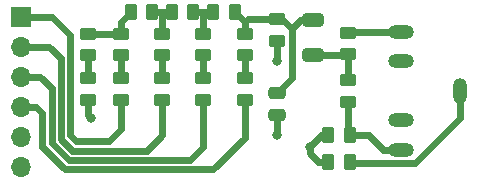
<source format=gtl>
%TF.GenerationSoftware,KiCad,Pcbnew,(6.0.5)*%
%TF.CreationDate,2024-01-21T09:56:38+01:00*%
%TF.ProjectId,pmod_audio_mono,706d6f64-5f61-4756-9469-6f5f6d6f6e6f,rev?*%
%TF.SameCoordinates,Original*%
%TF.FileFunction,Copper,L1,Top*%
%TF.FilePolarity,Positive*%
%FSLAX46Y46*%
G04 Gerber Fmt 4.6, Leading zero omitted, Abs format (unit mm)*
G04 Created by KiCad (PCBNEW (6.0.5)) date 2024-01-21 09:56:38*
%MOMM*%
%LPD*%
G01*
G04 APERTURE LIST*
G04 Aperture macros list*
%AMRoundRect*
0 Rectangle with rounded corners*
0 $1 Rounding radius*
0 $2 $3 $4 $5 $6 $7 $8 $9 X,Y pos of 4 corners*
0 Add a 4 corners polygon primitive as box body*
4,1,4,$2,$3,$4,$5,$6,$7,$8,$9,$2,$3,0*
0 Add four circle primitives for the rounded corners*
1,1,$1+$1,$2,$3*
1,1,$1+$1,$4,$5*
1,1,$1+$1,$6,$7*
1,1,$1+$1,$8,$9*
0 Add four rect primitives between the rounded corners*
20,1,$1+$1,$2,$3,$4,$5,0*
20,1,$1+$1,$4,$5,$6,$7,0*
20,1,$1+$1,$6,$7,$8,$9,0*
20,1,$1+$1,$8,$9,$2,$3,0*%
G04 Aperture macros list end*
%TA.AperFunction,SMDPad,CuDef*%
%ADD10RoundRect,0.250000X-0.450000X0.262500X-0.450000X-0.262500X0.450000X-0.262500X0.450000X0.262500X0*%
%TD*%
%TA.AperFunction,ComponentPad*%
%ADD11R,1.700000X1.700000*%
%TD*%
%TA.AperFunction,ComponentPad*%
%ADD12O,1.700000X1.700000*%
%TD*%
%TA.AperFunction,SMDPad,CuDef*%
%ADD13RoundRect,0.250000X-0.262500X-0.450000X0.262500X-0.450000X0.262500X0.450000X-0.262500X0.450000X0*%
%TD*%
%TA.AperFunction,SMDPad,CuDef*%
%ADD14RoundRect,0.250000X-0.475000X0.250000X-0.475000X-0.250000X0.475000X-0.250000X0.475000X0.250000X0*%
%TD*%
%TA.AperFunction,ComponentPad*%
%ADD15O,2.200000X1.200000*%
%TD*%
%TA.AperFunction,ComponentPad*%
%ADD16O,1.200000X2.200000*%
%TD*%
%TA.AperFunction,SMDPad,CuDef*%
%ADD17RoundRect,0.250000X0.450000X-0.262500X0.450000X0.262500X-0.450000X0.262500X-0.450000X-0.262500X0*%
%TD*%
%TA.AperFunction,SMDPad,CuDef*%
%ADD18RoundRect,0.250000X-0.650000X0.325000X-0.650000X-0.325000X0.650000X-0.325000X0.650000X0.325000X0*%
%TD*%
%TA.AperFunction,ViaPad*%
%ADD19C,0.800000*%
%TD*%
%TA.AperFunction,Conductor*%
%ADD20C,0.600000*%
%TD*%
G04 APERTURE END LIST*
D10*
%TO.P,R12,1*%
%TO.N,Net-(C1-Pad1)*%
X153750000Y-94175000D03*
%TO.P,R12,2*%
%TO.N,Net-(R12-Pad2)*%
X153750000Y-96000000D03*
%TD*%
D11*
%TO.P,PMOD1,1,IO0*%
%TO.N,Net-(PMOD1-Pad1)*%
X134850000Y-92710000D03*
D12*
%TO.P,PMOD1,2,IO1*%
%TO.N,Net-(PMOD1-Pad2)*%
X134850000Y-95250000D03*
%TO.P,PMOD1,3,IO2*%
%TO.N,Net-(PMOD1-Pad3)*%
X134850000Y-97790000D03*
%TO.P,PMOD1,4,IO3*%
%TO.N,Net-(PMOD1-Pad4)*%
X134850000Y-100330000D03*
%TO.P,PMOD1,5,GND*%
%TO.N,GND*%
X134850000Y-102870000D03*
%TO.P,PMOD1,6,VCC*%
%TO.N,unconnected-(PMOD1-Pad6)*%
X134850000Y-105410000D03*
%TD*%
D13*
%TO.P,R5,1*%
%TO.N,Net-(R1-Pad1)*%
X144087500Y-92337500D03*
%TO.P,R5,2*%
%TO.N,Net-(R5-Pad2)*%
X145912500Y-92337500D03*
%TD*%
D10*
%TO.P,R10,1*%
%TO.N,Net-(R10-Pad1)*%
X150250000Y-97925000D03*
%TO.P,R10,2*%
%TO.N,Net-(PMOD1-Pad3)*%
X150250000Y-99750000D03*
%TD*%
%TO.P,R9,1*%
%TO.N,Net-(R11-Pad1)*%
X150250000Y-94175000D03*
%TO.P,R9,2*%
%TO.N,Net-(R10-Pad1)*%
X150250000Y-96000000D03*
%TD*%
%TO.P,R3,1*%
%TO.N,Net-(R1-Pad1)*%
X143250000Y-94175000D03*
%TO.P,R3,2*%
%TO.N,Net-(R3-Pad2)*%
X143250000Y-96000000D03*
%TD*%
%TO.P,R14,1*%
%TO.N,Net-(C1-Pad1)*%
X156500000Y-92925000D03*
%TO.P,R14,2*%
%TO.N,GND*%
X156500000Y-94750000D03*
%TD*%
%TO.P,R7,1*%
%TO.N,Net-(R6-Pad2)*%
X146750000Y-97925000D03*
%TO.P,R7,2*%
%TO.N,Net-(PMOD1-Pad2)*%
X146750000Y-99750000D03*
%TD*%
%TO.P,R2,1*%
%TO.N,Net-(R1-Pad2)*%
X140500000Y-97925000D03*
%TO.P,R2,2*%
%TO.N,GND*%
X140500000Y-99750000D03*
%TD*%
%TO.P,R16,1*%
%TO.N,Net-(C2-Pad2)*%
X162500000Y-98087500D03*
%TO.P,R16,2*%
%TO.N,Net-(J1-PadR)*%
X162500000Y-99912500D03*
%TD*%
%TO.P,R1,1*%
%TO.N,Net-(R1-Pad1)*%
X140500000Y-94175000D03*
%TO.P,R1,2*%
%TO.N,Net-(R1-Pad2)*%
X140500000Y-96000000D03*
%TD*%
D13*
%TO.P,R17,1*%
%TO.N,GND*%
X160837500Y-102750000D03*
%TO.P,R17,2*%
%TO.N,Net-(J1-PadR)*%
X162662500Y-102750000D03*
%TD*%
D10*
%TO.P,R4,1*%
%TO.N,Net-(R3-Pad2)*%
X143250000Y-97925000D03*
%TO.P,R4,2*%
%TO.N,Net-(PMOD1-Pad1)*%
X143250000Y-99750000D03*
%TD*%
D13*
%TO.P,R8,1*%
%TO.N,Net-(R5-Pad2)*%
X147587500Y-92337500D03*
%TO.P,R8,2*%
%TO.N,Net-(R11-Pad1)*%
X149412500Y-92337500D03*
%TD*%
D14*
%TO.P,C1,1*%
%TO.N,Net-(C1-Pad1)*%
X156500000Y-99137500D03*
%TO.P,C1,2*%
%TO.N,GND*%
X156500000Y-101037500D03*
%TD*%
D10*
%TO.P,R13,1*%
%TO.N,Net-(R12-Pad2)*%
X153750000Y-97925000D03*
%TO.P,R13,2*%
%TO.N,Net-(PMOD1-Pad4)*%
X153750000Y-99750000D03*
%TD*%
D13*
%TO.P,R18,1*%
%TO.N,GND*%
X160837500Y-105000000D03*
%TO.P,R18,2*%
%TO.N,Net-(J1-PadS)*%
X162662500Y-105000000D03*
%TD*%
D15*
%TO.P,J1,R*%
%TO.N,Net-(J1-PadR)*%
X167000000Y-104000000D03*
%TO.P,J1,RN*%
%TO.N,unconnected-(J1-PadRN)*%
X167000000Y-101500000D03*
D16*
%TO.P,J1,S*%
%TO.N,Net-(J1-PadS)*%
X172000000Y-99000000D03*
D15*
%TO.P,J1,T*%
%TO.N,Net-(J1-PadT)*%
X167000000Y-94000000D03*
%TO.P,J1,TN*%
%TO.N,unconnected-(J1-PadTN)*%
X167000000Y-96500000D03*
%TD*%
D17*
%TO.P,R15,1*%
%TO.N,Net-(C2-Pad2)*%
X162500000Y-95912500D03*
%TO.P,R15,2*%
%TO.N,Net-(J1-PadT)*%
X162500000Y-94087500D03*
%TD*%
D18*
%TO.P,C2,1*%
%TO.N,Net-(C1-Pad1)*%
X159500000Y-93025000D03*
%TO.P,C2,2*%
%TO.N,Net-(C2-Pad2)*%
X159500000Y-95975000D03*
%TD*%
D10*
%TO.P,R6,1*%
%TO.N,Net-(R5-Pad2)*%
X146750000Y-94175000D03*
%TO.P,R6,2*%
%TO.N,Net-(R6-Pad2)*%
X146750000Y-96000000D03*
%TD*%
D13*
%TO.P,R11,1*%
%TO.N,Net-(R11-Pad1)*%
X151087500Y-92337500D03*
%TO.P,R11,2*%
%TO.N,Net-(C1-Pad1)*%
X152912500Y-92337500D03*
%TD*%
D19*
%TO.N,GND*%
X156500000Y-96500000D03*
X156500000Y-102750000D03*
X159250000Y-103750000D03*
X140750000Y-101250000D03*
%TD*%
D20*
%TO.N,Net-(C1-Pad1)*%
X153750000Y-93175000D02*
X152912500Y-92337500D01*
X157750000Y-93750000D02*
X157750000Y-97887500D01*
X156500000Y-92925000D02*
X154000000Y-92925000D01*
X156925000Y-92925000D02*
X157750000Y-93750000D01*
X153750000Y-94175000D02*
X153750000Y-93175000D01*
X159500000Y-93025000D02*
X158475000Y-93025000D01*
X154000000Y-92925000D02*
X153750000Y-93175000D01*
X158475000Y-93025000D02*
X157750000Y-93750000D01*
X156500000Y-92925000D02*
X156925000Y-92925000D01*
X157750000Y-97887500D02*
X156500000Y-99137500D01*
%TO.N,GND*%
X160837500Y-105000000D02*
X160000000Y-105000000D01*
X156500000Y-101037500D02*
X156500000Y-102750000D01*
X159250000Y-104250000D02*
X159250000Y-103750000D01*
X140500000Y-99750000D02*
X140500000Y-101000000D01*
X160837500Y-102750000D02*
X160250000Y-102750000D01*
X156500000Y-94750000D02*
X156500000Y-96500000D01*
X160250000Y-102750000D02*
X159250000Y-103750000D01*
X160000000Y-105000000D02*
X159250000Y-104250000D01*
X140500000Y-101000000D02*
X140750000Y-101250000D01*
%TO.N,Net-(C2-Pad2)*%
X159500000Y-95975000D02*
X162437500Y-95975000D01*
X162437500Y-95975000D02*
X162500000Y-95912500D01*
X162500000Y-98087500D02*
X162500000Y-95912500D01*
%TO.N,Net-(J1-PadR)*%
X167000000Y-104000000D02*
X165500000Y-104000000D01*
X162500000Y-102587500D02*
X162662500Y-102750000D01*
X165500000Y-104000000D02*
X164250000Y-102750000D01*
X164250000Y-102750000D02*
X162662500Y-102750000D01*
X162500000Y-99912500D02*
X162500000Y-102587500D01*
%TO.N,Net-(J1-PadS)*%
X162762020Y-105099520D02*
X162662500Y-105000000D01*
X172000000Y-101250000D02*
X168150480Y-105099520D01*
X168150480Y-105099520D02*
X162762020Y-105099520D01*
X172000000Y-99000000D02*
X172000000Y-101250000D01*
%TO.N,Net-(J1-PadT)*%
X162587500Y-94000000D02*
X162500000Y-94087500D01*
X167000000Y-94000000D02*
X162587500Y-94000000D01*
%TO.N,Net-(PMOD1-Pad1)*%
X142250000Y-103250000D02*
X143250000Y-102250000D01*
X134850000Y-92710000D02*
X137460000Y-92710000D01*
X139000000Y-94250000D02*
X139000000Y-102750000D01*
X139500000Y-103250000D02*
X142250000Y-103250000D01*
X143250000Y-102250000D02*
X143250000Y-99750000D01*
X139000000Y-102750000D02*
X139500000Y-103250000D01*
X137460000Y-92710000D02*
X139000000Y-94250000D01*
%TO.N,Net-(PMOD1-Pad2)*%
X137200480Y-95250000D02*
X138200480Y-96250000D01*
X145450480Y-104049520D02*
X146750000Y-102750000D01*
X138200480Y-96250000D02*
X138200480Y-103081172D01*
X134850000Y-95250000D02*
X137200480Y-95250000D01*
X146750000Y-102750000D02*
X146750000Y-99750000D01*
X139168828Y-104049520D02*
X145450480Y-104049520D01*
X138200480Y-103081172D02*
X139168828Y-104049520D01*
%TO.N,Net-(PMOD1-Pad3)*%
X138837656Y-104849040D02*
X149150960Y-104849040D01*
X136440960Y-97790000D02*
X137400960Y-98750000D01*
X149150960Y-104849040D02*
X150250000Y-103750000D01*
X137400960Y-103412344D02*
X138837656Y-104849040D01*
X134850000Y-97790000D02*
X136440960Y-97790000D01*
X150250000Y-103750000D02*
X150250000Y-99750000D01*
X137400960Y-98750000D02*
X137400960Y-103412344D01*
%TO.N,Net-(PMOD1-Pad4)*%
X136080000Y-100330000D02*
X136601440Y-100851440D01*
X153750000Y-103000000D02*
X153750000Y-99750000D01*
X138506484Y-105648560D02*
X151101440Y-105648560D01*
X136601440Y-100851440D02*
X136601440Y-103743516D01*
X151101440Y-105648560D02*
X153750000Y-103000000D01*
X134850000Y-100330000D02*
X136080000Y-100330000D01*
X136601440Y-103743516D02*
X138506484Y-105648560D01*
%TO.N,Net-(R1-Pad1)*%
X140500000Y-94175000D02*
X143250000Y-94175000D01*
X143250000Y-93175000D02*
X144087500Y-92337500D01*
X143250000Y-94175000D02*
X143250000Y-93175000D01*
%TO.N,Net-(R1-Pad2)*%
X140500000Y-97925000D02*
X140500000Y-96000000D01*
%TO.N,Net-(R3-Pad2)*%
X143250000Y-96000000D02*
X143250000Y-97925000D01*
%TO.N,Net-(R5-Pad2)*%
X146837500Y-92337500D02*
X147587500Y-92337500D01*
X146750000Y-94175000D02*
X146750000Y-92425000D01*
X145912500Y-92337500D02*
X146837500Y-92337500D01*
X146750000Y-92425000D02*
X146837500Y-92337500D01*
%TO.N,Net-(R6-Pad2)*%
X146750000Y-96000000D02*
X146750000Y-97925000D01*
%TO.N,Net-(R11-Pad1)*%
X149412500Y-92337500D02*
X150337500Y-92337500D01*
X150250000Y-94175000D02*
X150250000Y-92425000D01*
X150250000Y-92425000D02*
X150337500Y-92337500D01*
X150337500Y-92337500D02*
X151087500Y-92337500D01*
%TO.N,Net-(R10-Pad1)*%
X150250000Y-96000000D02*
X150250000Y-97925000D01*
%TO.N,Net-(R12-Pad2)*%
X153750000Y-96000000D02*
X153750000Y-97925000D01*
%TD*%
M02*

</source>
